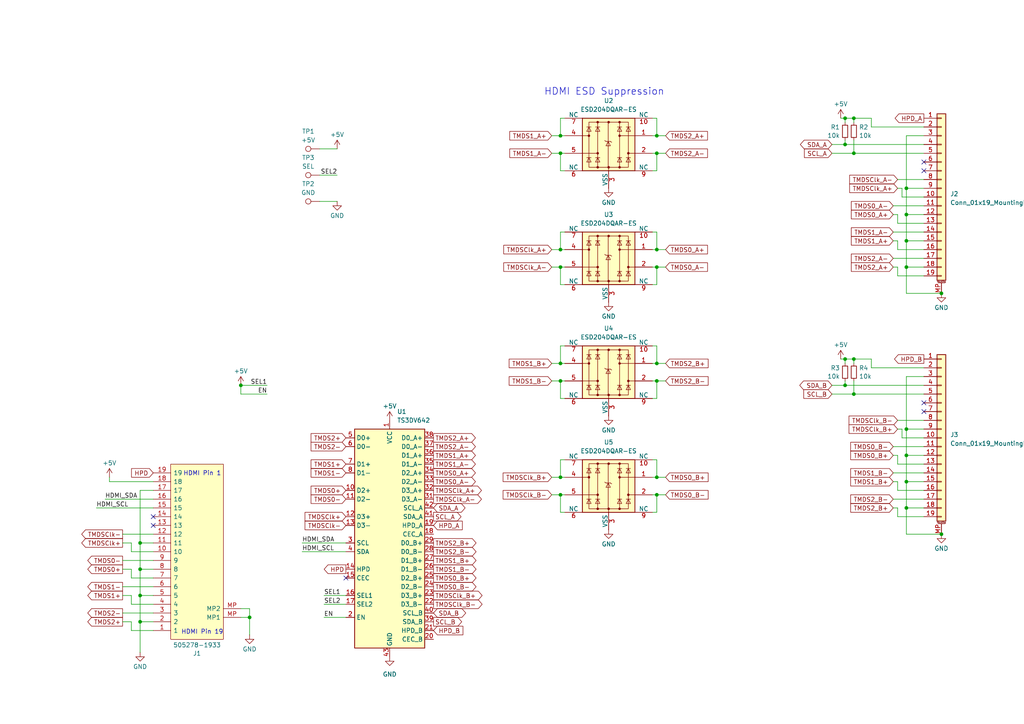
<source format=kicad_sch>
(kicad_sch (version 20250114) (generator "eeschema") (generator_version "9.0")
  (paper "A4")
  (lib_symbols
    (symbol "Analog_Switch:TS3DS10224RUK"
      (property "Reference" "U" (at 2.1433 36.83 0))
      (property "Value" "TS3DV642" (at 2.1433 34.29 0))
      (symbol "TS3DS10224RUK_0_1"
        (rectangle (start -10.16 31.75) (end 10.16 -31.75) (stroke (width 0.254)) (fill (type background)))
      )
      (symbol "TS3DS10224RUK_1_1"
        (pin bidirectional line (at -12.7 29.21 0) (length 2.54) (name "D0+") (number "5"))
        (pin bidirectional line (at -12.7 26.67 0) (length 2.54) (name "D0-") (number "6"))
        (pin bidirectional line (at -12.7 21.59 0) (length 2.54) (name "D1+") (number "7"))
        (pin bidirectional line (at -12.7 19.05 0) (length 2.54) (name "D1-") (number "8"))
        (pin bidirectional line (at -12.7 13.97 0) (length 2.54) (name "D2+") (number "10"))
        (pin bidirectional line (at -12.7 11.43 0) (length 2.54) (name "D2-") (number "11"))
        (pin bidirectional line (at -12.7 6.35 0) (length 2.54) (name "D3+") (number "12"))
        (pin bidirectional line (at -12.7 3.81 0) (length 2.54) (name "D3-") (number "13"))
        (pin bidirectional line (at -12.7 -1.27 0) (length 2.54) (name "SCL") (number "3"))
        (pin bidirectional line (at -12.7 -3.81 0) (length 2.54) (name "SDA") (number "4"))
        (pin bidirectional line (at -12.7 -8.89 0) (length 2.54) (name "HPD") (number "14"))
        (pin bidirectional line (at -12.7 -11.43 0) (length 2.54) (name "CEC") (number "15"))
        (pin input line (at -12.7 -16.51 0) (length 2.54) (name "SEL1") (number "16"))
        (pin input line (at -12.7 -19.05 0) (length 2.54) (name "SEL2") (number "17"))
        (pin input line (at -12.7 -22.86 0) (length 2.54) (name "EN") (number "2"))
        (pin no_connect line (at -7.62 -34.29 90) (length 2.54) (hide yes) (name "NC") (number "30"))
        (pin no_connect line (at -7.62 -34.29 90) (length 2.54) (hide yes) (name "NC") (number "9"))
        (pin power_in line (at 0 34.29 270) (length 2.54) (name "VCC") (number "1"))
        (pin power_in line (at 0 -34.29 90) (length 2.54) (name "GND") (number "43"))
        (pin bidirectional line (at 12.7 29.21 180) (length 2.54) (name "D0_A+") (number "38"))
        (pin bidirectional line (at 12.7 26.67 180) (length 2.54) (name "D0_A-") (number "37"))
        (pin bidirectional line (at 12.7 24.13 180) (length 2.54) (name "D1_A+") (number "36"))
        (pin bidirectional line (at 12.7 21.59 180) (length 2.54) (name "D1_A-") (number "35"))
        (pin bidirectional line (at 12.7 19.05 180) (length 2.54) (name "D2_A+") (number "34"))
        (pin bidirectional line (at 12.7 16.51 180) (length 2.54) (name "D2_A-") (number "33"))
        (pin bidirectional line (at 12.7 13.97 180) (length 2.54) (name "D3_A+") (number "32"))
        (pin bidirectional line (at 12.7 11.43 180) (length 2.54) (name "D3_A-") (number "31"))
        (pin bidirectional line (at 12.7 8.89 180) (length 2.54) (name "SCL_A") (number "42"))
        (pin bidirectional line (at 12.7 6.35 180) (length 2.54) (name "SDA_A") (number "41"))
        (pin bidirectional line (at 12.7 3.81 180) (length 2.54) (name "HPD_A") (number "19"))
        (pin bidirectional line (at 12.7 1.27 180) (length 2.54) (name "CEC_A") (number "18"))
        (pin bidirectional line (at 12.7 -1.27 180) (length 2.54) (name "D0_B+") (number "29"))
        (pin bidirectional line (at 12.7 -3.81 180) (length 2.54) (name "D0_B-") (number "28"))
        (pin bidirectional line (at 12.7 -6.35 180) (length 2.54) (name "D1_B+") (number "27"))
        (pin bidirectional line (at 12.7 -8.89 180) (length 2.54) (name "D1_B-") (number "26"))
        (pin bidirectional line (at 12.7 -11.43 180) (length 2.54) (name "D2_B+") (number "25"))
        (pin bidirectional line (at 12.7 -13.97 180) (length 2.54) (name "D2_B-") (number "24"))
        (pin bidirectional line (at 12.7 -16.51 180) (length 2.54) (name "D3_B+") (number "23"))
        (pin bidirectional line (at 12.7 -19.05 180) (length 2.54) (name "D3_B-") (number "22"))
        (pin bidirectional line (at 12.7 -21.59 180) (length 2.54) (name "SCL_B") (number "40"))
        (pin bidirectional line (at 12.7 -24.13 180) (length 2.54) (name "SDA_B") (number "39"))
        (pin bidirectional line (at 12.7 -26.67 180) (length 2.54) (name "HPD_B") (number "21"))
        (pin bidirectional line (at 12.7 -29.21 180) (length 2.54) (name "CEC_B") (number "20"))
      )
    )
    (symbol "Connector:TestPoint" (pin_numbers (hide yes)) (pin_names (offset 0.762) (hide yes))
      (property "Reference" "TP" (at 0 6.858 0))
      (property "Value" "TestPoint" (at 0 5.08 0))
      (symbol "TestPoint_0_1"
        (circle (center 0 3.302) (radius 0.762))
      )
      (symbol "TestPoint_1_1"
        (pin passive line (at 0 0 90) (length 2.54) (name "1") (number "1"))
      )
    )
    (symbol "Connector_Generic_MountingPin:Conn_01x19_MountingPin" (pin_names (offset 1.016) (hide yes))
      (property "Reference" "J" (at 0 25.4 0))
      (property "Value" "Conn_01x19_MountingPin" (at 1.27 -25.4 0))
      (symbol "Conn_01x19_MountingPin_1_1"
        (rectangle (start -1.27 24.13) (end 1.27 -24.13) (stroke (width 0.254)) (fill (type background)))
        (rectangle (start -1.27 22.987) (end 0 22.733) (stroke (width 0.1524)))
        (rectangle (start -1.27 20.447) (end 0 20.193) (stroke (width 0.1524)))
        (rectangle (start -1.27 17.907) (end 0 17.653) (stroke (width 0.1524)))
        (rectangle (start -1.27 15.367) (end 0 15.113) (stroke (width 0.1524)))
        (rectangle (start -1.27 12.827) (end 0 12.573) (stroke (width 0.1524)))
        (rectangle (start -1.27 10.287) (end 0 10.033) (stroke (width 0.1524)))
        (rectangle (start -1.27 7.747) (end 0 7.493) (stroke (width 0.1524)))
        (rectangle (start -1.27 5.207) (end 0 4.953) (stroke (width 0.1524)))
        (rectangle (start -1.27 2.667) (end 0 2.413) (stroke (width 0.1524)))
        (rectangle (start -1.27 0.127) (end 0 -0.127) (stroke (width 0.1524)))
        (rectangle (start -1.27 -2.413) (end 0 -2.667) (stroke (width 0.1524)))
        (rectangle (start -1.27 -4.953) (end 0 -5.207) (stroke (width 0.1524)))
        (rectangle (start -1.27 -7.493) (end 0 -7.747) (stroke (width 0.1524)))
        (rectangle (start -1.27 -10.033) (end 0 -10.287) (stroke (width 0.1524)))
        (rectangle (start -1.27 -12.573) (end 0 -12.827) (stroke (width 0.1524)))
        (rectangle (start -1.27 -15.113) (end 0 -15.367) (stroke (width 0.1524)))
        (rectangle (start -1.27 -17.653) (end 0 -17.907) (stroke (width 0.1524)))
        (rectangle (start -1.27 -20.193) (end 0 -20.447) (stroke (width 0.1524)))
        (rectangle (start -1.27 -22.733) (end 0 -22.987) (stroke (width 0.1524)))
        (polyline (pts (xy -1.016 -24.892) (xy 1.016 -24.892)) (stroke (width 0.1524)))
        (text "Mounting" (at 0 -24.511 0) (effects (font (size 0.381 0.381))))
        (pin passive line (at -5.08 22.86 0) (length 3.81) (name "Pin_1") (number "1"))
        (pin passive line (at -5.08 20.32 0) (length 3.81) (name "Pin_2") (number "2"))
        (pin passive line (at -5.08 17.78 0) (length 3.81) (name "Pin_3") (number "3"))
        (pin passive line (at -5.08 15.24 0) (length 3.81) (name "Pin_4") (number "4"))
        (pin passive line (at -5.08 12.7 0) (length 3.81) (name "Pin_5") (number "5"))
        (pin passive line (at -5.08 10.16 0) (length 3.81) (name "Pin_6") (number "6"))
        (pin passive line (at -5.08 7.62 0) (length 3.81) (name "Pin_7") (number "7"))
        (pin passive line (at -5.08 5.08 0) (length 3.81) (name "Pin_8") (number "8"))
        (pin passive line (at -5.08 2.54 0) (length 3.81) (name "Pin_9") (number "9"))
        (pin passive line (at -5.08 0 0) (length 3.81) (name "Pin_10") (number "10"))
        (pin passive line (at -5.08 -2.54 0) (length 3.81) (name "Pin_11") (number "11"))
        (pin passive line (at -5.08 -5.08 0) (length 3.81) (name "Pin_12") (number "12"))
        (pin passive line (at -5.08 -7.62 0) (length 3.81) (name "Pin_13") (number "13"))
        (pin passive line (at -5.08 -10.16 0) (length 3.81) (name "Pin_14") (number "14"))
        (pin passive line (at -5.08 -12.7 0) (length 3.81) (name "Pin_15") (number "15"))
        (pin passive line (at -5.08 -15.24 0) (length 3.81) (name "Pin_16") (number "16"))
        (pin passive line (at -5.08 -17.78 0) (length 3.81) (name "Pin_17") (number "17"))
        (pin passive line (at -5.08 -20.32 0) (length 3.81) (name "Pin_18") (number "18"))
        (pin passive line (at -5.08 -22.86 0) (length 3.81) (name "Pin_19") (number "19"))
        (pin passive line (at 0 -27.94 90) (length 3.048) (name "MountPin") (number "MP"))
      )
    )
    (symbol "Device:R_Small" (pin_numbers (hide yes)) (pin_names (offset 0.254) (hide yes))
      (property "Reference" "R" (at 0.762 0.508 0))
      (property "Value" "R_Small" (at 0.762 -1.016 0))
      (symbol "R_Small_0_1"
        (rectangle (start -0.762 1.778) (end 0.762 -1.778) (stroke (width 0.2032)))
      )
      (symbol "R_Small_1_1"
        (pin passive line (at 0 2.54 270) (length 0.762) (name "~") (number "1"))
        (pin passive line (at 0 -2.54 90) (length 0.762) (name "~") (number "2"))
      )
    )
    (symbol "Power_Protection:D3V3XA4B10LP" (pin_names (offset 0))
      (property "Reference" "U" (at -0.635 8.89 0))
      (property "Value" "D3V3XA4B10LP" (at 8.89 -10.16 0))
      (symbol "D3V3XA4B10LP_0_0"
        (rectangle (start -5.715 6.477) (end 5.715 -6.604))
        (polyline (pts (xy -3.175 -6.604) (xy -3.175 6.477)))
        (polyline (pts (xy 0.127 6.477) (xy 0.127 -6.604)))
        (polyline (pts (xy 3.175 6.477) (xy 3.175 -6.604)))
      )
      (symbol "D3V3XA4B10LP_0_1"
        (polyline (pts (xy -7.747 2.54) (xy -3.175 2.54)))
        (rectangle (start -7.62 7.62) (end 7.62 -7.62) (stroke (width 0.254)) (fill (type background)))
        (polyline (pts (xy -7.62 -2.54) (xy -5.715 -2.54)))
        (circle (center -5.715 -2.54) (radius 0.2794) (fill (type outline)))
        (polyline (pts (xy -5.08 5.08) (xy -6.35 5.08)))
        (polyline (pts (xy -5.08 3.81) (xy -6.35 3.81) (xy -5.715 5.08) (xy -5.08 3.81)))
        (polyline (pts (xy -5.08 -3.81) (xy -6.35 -3.81)))
        (polyline (pts (xy -5.08 -5.08) (xy -6.35 -5.08) (xy -5.715 -3.81) (xy -5.08 -5.08)))
        (circle (center -3.175 6.477) (radius 0.2794) (fill (type outline)))
        (circle (center -3.175 2.54) (radius 0.2794) (fill (type outline)))
        (circle (center -3.175 -6.604) (radius 0.2794) (fill (type outline)))
        (polyline (pts (xy -2.54 5.08) (xy -3.81 5.08)))
        (polyline (pts (xy -2.54 3.81) (xy -3.81 3.81) (xy -3.175 5.08) (xy -2.54 3.81)))
        (polyline (pts (xy -2.54 -3.81) (xy -3.81 -3.81)))
        (polyline (pts (xy -2.54 -5.08) (xy -3.81 -5.08) (xy -3.175 -3.81) (xy -2.54 -5.08)))
        (polyline (pts (xy -0.508 0.889) (xy -0.889 0.635)))
        (circle (center 0 6.477) (radius 0.2794) (fill (type outline)))
        (polyline (pts (xy 0 -6.604) (xy 0 -7.62)))
        (circle (center 0 -6.604) (radius 0.2794) (fill (type outline)))
        (polyline (pts (xy 0.762 0.889) (xy -0.508 0.889)))
        (polyline (pts (xy 0.762 0.889) (xy 1.143 1.143)))
        (polyline (pts (xy 0.762 -0.381) (xy -0.508 -0.381) (xy 0.127 0.889) (xy 0.762 -0.381)))
        (circle (center 3.175 6.477) (radius 0.2794) (fill (type outline)))
        (circle (center 3.175 -2.54) (radius 0.2794) (fill (type outline)))
        (circle (center 3.175 -6.604) (radius 0.2794) (fill (type outline)))
        (polyline (pts (xy 3.81 5.08) (xy 2.54 5.08)))
        (polyline (pts (xy 3.81 3.81) (xy 2.54 3.81) (xy 3.175 5.08) (xy 3.81 3.81)))
        (polyline (pts (xy 3.81 -3.81) (xy 2.54 -3.81)))
        (polyline (pts (xy 3.81 -5.08) (xy 2.54 -5.08) (xy 3.175 -3.81) (xy 3.81 -5.08)))
        (circle (center 5.715 2.54) (radius 0.2794) (fill (type outline)))
        (polyline (pts (xy 6.35 5.08) (xy 5.08 5.08)))
        (polyline (pts (xy 6.35 3.81) (xy 5.08 3.81) (xy 5.715 5.08) (xy 6.35 3.81)))
        (polyline (pts (xy 6.35 -3.81) (xy 5.08 -3.81)))
        (polyline (pts (xy 6.35 -5.08) (xy 5.08 -5.08) (xy 5.715 -3.81) (xy 6.35 -5.08)))
        (polyline (pts (xy 7.62 2.54) (xy 5.715 2.54)))
        (polyline (pts (xy 7.62 -2.54) (xy 3.175 -2.54)))
      )
      (symbol "D3V3XA4B10LP_1_1"
        (pin free line (at -12.7 7.62 0) (length 5.08) (name "NC") (number "10"))
        (pin passive line (at -12.7 2.54 0) (length 5.08) (name "~") (number "1"))
        (pin passive line (at -12.7 -2.54 0) (length 5.08) (name "~") (number "2"))
        (pin free line (at -12.7 -7.62 0) (length 5.08) (name "NC") (number "9"))
        (pin power_in line (at 0 -12.7 90) (length 5.08) (name "VSS") (number "3"))
        (pin passive line (at 0 -12.7 90) (length 5.08) (hide yes) (name "VSS") (number "8"))
        (pin free line (at 12.7 7.62 180) (length 5.08) (name "NC") (number "7"))
        (pin passive line (at 12.7 2.54 180) (length 5.08) (name "~") (number "4"))
        (pin passive line (at 12.7 -2.54 180) (length 5.08) (name "~") (number "5"))
        (pin free line (at 12.7 -7.62 180) (length 5.08) (name "NC") (number "6"))
      )
    )
    (symbol "SamacSys_Parts:505278-1933" (pin_names (offset 0.762))
      (property "Reference" "J1" (at 12.7 6.6337 0))
      (property "Value" "505278-1933" (at 12.7 4.2094 0))
      (symbol "505278-1933_0_0"
        (pin passive line (at 25.4 0 180) (length 5.08) (name "1") (number "1"))
        (pin passive line (at 25.4 -2.54 180) (length 5.08) (name "2") (number "2"))
        (pin passive line (at 25.4 -5.08 180) (length 5.08) (name "3") (number "3"))
        (pin passive line (at 25.4 -7.62 180) (length 5.08) (name "4") (number "4"))
        (pin passive line (at 25.4 -10.16 180) (length 5.08) (name "5") (number "5"))
        (pin passive line (at 25.4 -12.7 180) (length 5.08) (name "6") (number "6"))
        (pin passive line (at 25.4 -15.24 180) (length 5.08) (name "7") (number "7"))
        (pin passive line (at 25.4 -17.78 180) (length 5.08) (name "8") (number "8"))
        (pin passive line (at 25.4 -20.32 180) (length 5.08) (name "9") (number "9"))
        (pin passive line (at 25.4 -22.86 180) (length 5.08) (name "10") (number "10"))
        (pin passive line (at 25.4 -25.4 180) (length 5.08) (name "11") (number "11"))
        (pin passive line (at 25.4 -27.94 180) (length 5.08) (name "12") (number "12"))
        (pin passive line (at 25.4 -30.48 180) (length 5.08) (name "13") (number "13"))
        (pin passive line (at 25.4 -33.02 180) (length 5.08) (name "14") (number "14"))
        (pin passive line (at 25.4 -35.56 180) (length 5.08) (name "15") (number "15"))
        (pin passive line (at 25.4 -38.1 180) (length 5.08) (name "16") (number "16"))
        (pin passive line (at 25.4 -40.64 180) (length 5.08) (name "17") (number "17"))
        (pin passive line (at 25.4 -43.18 180) (length 5.08) (name "18") (number "18"))
        (pin passive line (at 25.4 -45.72 180) (length 5.08) (name "19") (number "19"))
      )
      (symbol "505278-1933_1_0"
        (pin passive line (at 0 -3.81 0) (length 5.08) (name "MP1") (number "MP"))
        (pin passive line (at 0 -6.35 0) (length 5.08) (name "MP2") (number "MP"))
      )
      (symbol "505278-1933_1_1"
        (polyline (pts (xy 5.08 2.54) (xy 20.32 2.54) (xy 20.32 -48.26) (xy 5.08 -48.26) (xy 5.08 2.54)) (stroke (width 0.1524)) (fill (type background)))
      )
    )
    (symbol "power:+5V" (power) (pin_names (offset 0))
      (property "Value" "+5V" (at 0 3.556 0))
      (symbol "+5V_0_1"
        (polyline (pts (xy -0.762 1.27) (xy 0 2.54)))
        (polyline (pts (xy 0 2.54) (xy 0.762 1.27)))
        (polyline (pts (xy 0 0) (xy 0 2.54)))
      )
      (symbol "+5V_1_1"
        (pin power_in line (at 0 0 90) (length 0) (hide yes) (name "+5V") (number "1"))
      )
    )
    (symbol "power:GND" (power) (pin_numbers (hide yes)) (pin_names (offset 0) (hide yes))
      (property "Value" "GND" (at 0 -3.81 0))
      (symbol "GND_0_1"
        (polyline (pts (xy 0 0) (xy 0 -1.27) (xy 1.27 -1.27) (xy 0 -2.54) (xy -1.27 -1.27) (xy 0 -1.27)))
      )
      (symbol "GND_1_1"
        (pin power_in line (at 0 0 270) (length 0) (name "~") (number "1"))
      )
    )
  )
  (text "HDMI Pin 1" (at 58.674 137.414 0) (effects (font (size 1.27 1.27))))
  (text "HDMI ESD Suppression" (at 175.26 26.67 0) (effects (font (size 2.032 2.032))))
  (text "HDMI Pin 19" (at 58.674 183.388 0) (effects (font (size 1.27 1.27))))
  (junction (at 245.11 111.76))
  (junction (at 190.5 138.43))
  (junction (at 162.56 138.43))
  (junction (at 69.85 111.76))
  (junction (at 245.11 41.91))
  (junction (at 72.39 179.07))
  (junction (at 247.65 104.14))
  (junction (at 162.56 77.47))
  (junction (at 162.56 44.45))
  (junction (at 273.05 85.09))
  (junction (at 262.89 139.7))
  (junction (at 40.64 165.1))
  (junction (at 262.89 132.08))
  (junction (at 162.56 105.41))
  (junction (at 190.5 143.51))
  (junction (at 262.89 147.32))
  (junction (at 190.5 105.41))
  (junction (at 262.89 124.46))
  (junction (at 162.56 110.49))
  (junction (at 40.64 157.48))
  (junction (at 262.89 69.85))
  (junction (at 162.56 143.51))
  (junction (at 190.5 39.37))
  (junction (at 245.11 104.14))
  (junction (at 247.65 114.3))
  (junction (at 247.65 34.29))
  (junction (at 262.89 62.23))
  (junction (at 262.89 54.61))
  (junction (at 190.5 44.45))
  (junction (at 190.5 77.47))
  (junction (at 190.5 72.39))
  (junction (at 40.64 180.34))
  (junction (at 247.65 44.45))
  (junction (at 273.05 154.94))
  (junction (at 245.11 34.29))
  (junction (at 162.56 72.39))
  (junction (at 40.64 172.72))
  (junction (at 262.89 77.47))
  (junction (at 162.56 39.37))
  (junction (at 190.5 110.49))
  (no_connect (at 100.33 167.64))
  (no_connect (at 267.97 46.99))
  (no_connect (at 267.97 119.38))
  (no_connect (at 44.45 152.4))
  (no_connect (at 44.45 149.86))
  (no_connect (at 267.97 49.53))
  (no_connect (at 267.97 116.84))
  (wire (pts (xy 247.65 104.14) (xy 247.65 105.41)))
  (wire (pts (xy 241.3 111.76) (xy 245.11 111.76)))
  (wire (pts (xy 44.45 160.02) (xy 38.1 160.02)))
  (wire (pts (xy 262.89 85.09) (xy 273.05 85.09)))
  (wire (pts (xy 190.5 77.47) (xy 189.23 77.47)))
  (wire (pts (xy 259.08 62.23) (xy 260.35 62.23)))
  (wire (pts (xy 262.89 69.85) (xy 262.89 77.47)))
  (wire (pts (xy 267.97 147.32) (xy 262.89 147.32)))
  (wire (pts (xy 247.65 110.49) (xy 247.65 114.3)))
  (wire (pts (xy 162.56 39.37) (xy 163.83 39.37)))
  (wire (pts (xy 162.56 133.35) (xy 162.56 138.43)))
  (wire (pts (xy 163.83 148.59) (xy 162.56 148.59)))
  (wire (pts (xy 252.73 34.29) (xy 252.73 36.83)))
  (wire (pts (xy 38.1 172.72) (xy 38.1 175.26)))
  (wire (pts (xy 87.63 160.02) (xy 100.33 160.02)))
  (wire (pts (xy 267.97 69.85) (xy 262.89 69.85)))
  (wire (pts (xy 243.84 104.14) (xy 245.11 104.14)))
  (wire (pts (xy 162.56 115.57) (xy 162.56 110.49)))
  (wire (pts (xy 260.35 69.85) (xy 259.08 69.85)))
  (wire (pts (xy 247.65 40.64) (xy 247.65 44.45)))
  (wire (pts (xy 31.75 138.43) (xy 31.75 139.7)))
  (wire (pts (xy 267.97 134.62) (xy 260.35 134.62)))
  (wire (pts (xy 69.85 179.07) (xy 72.39 179.07)))
  (wire (pts (xy 40.64 142.24) (xy 44.45 142.24)))
  (wire (pts (xy 267.97 80.01) (xy 260.35 80.01)))
  (wire (pts (xy 160.02 77.47) (xy 162.56 77.47)))
  (wire (pts (xy 267.97 64.77) (xy 260.35 64.77)))
  (wire (pts (xy 260.35 72.39) (xy 260.35 69.85)))
  (wire (pts (xy 259.08 129.54) (xy 267.97 129.54)))
  (wire (pts (xy 162.56 34.29) (xy 162.56 39.37)))
  (wire (pts (xy 247.65 44.45) (xy 267.97 44.45)))
  (wire (pts (xy 160.02 44.45) (xy 162.56 44.45)))
  (wire (pts (xy 162.56 77.47) (xy 163.83 77.47)))
  (wire (pts (xy 72.39 184.15) (xy 72.39 179.07)))
  (wire (pts (xy 262.89 124.46) (xy 262.89 132.08)))
  (wire (pts (xy 163.83 34.29) (xy 162.56 34.29)))
  (wire (pts (xy 162.56 138.43) (xy 163.83 138.43)))
  (wire (pts (xy 40.64 165.1) (xy 40.64 157.48)))
  (wire (pts (xy 38.1 175.26) (xy 44.45 175.26)))
  (wire (pts (xy 162.56 67.31) (xy 162.56 72.39)))
  (wire (pts (xy 190.5 138.43) (xy 189.23 138.43)))
  (wire (pts (xy 267.97 139.7) (xy 262.89 139.7)))
  (wire (pts (xy 40.64 165.1) (xy 44.45 165.1)))
  (wire (pts (xy 260.35 149.86) (xy 260.35 147.32)))
  (wire (pts (xy 100.33 172.72) (xy 93.98 172.72)))
  (wire (pts (xy 259.08 137.16) (xy 267.97 137.16)))
  (wire (pts (xy 40.64 189.23) (xy 40.64 180.34)))
  (wire (pts (xy 162.56 49.53) (xy 162.56 44.45)))
  (wire (pts (xy 40.64 157.48) (xy 40.64 142.24)))
  (wire (pts (xy 245.11 34.29) (xy 245.11 35.56)))
  (wire (pts (xy 190.5 49.53) (xy 190.5 44.45)))
  (wire (pts (xy 77.47 114.3) (xy 69.85 114.3)))
  (wire (pts (xy 241.3 44.45) (xy 247.65 44.45)))
  (wire (pts (xy 69.85 111.76) (xy 77.47 111.76)))
  (wire (pts (xy 190.5 67.31) (xy 190.5 72.39)))
  (wire (pts (xy 72.39 179.07) (xy 72.39 176.53)))
  (wire (pts (xy 193.04 143.51) (xy 190.5 143.51)))
  (wire (pts (xy 245.11 41.91) (xy 267.97 41.91)))
  (wire (pts (xy 193.04 39.37) (xy 190.5 39.37)))
  (wire (pts (xy 30.48 144.78) (xy 44.45 144.78)))
  (wire (pts (xy 163.83 49.53) (xy 162.56 49.53)))
  (wire (pts (xy 160.02 72.39) (xy 162.56 72.39)))
  (wire (pts (xy 87.63 157.48) (xy 100.33 157.48)))
  (wire (pts (xy 261.62 57.15) (xy 267.97 57.15)))
  (wire (pts (xy 241.3 41.91) (xy 245.11 41.91)))
  (wire (pts (xy 260.35 54.61) (xy 261.62 54.61)))
  (wire (pts (xy 93.98 179.07) (xy 100.33 179.07)))
  (wire (pts (xy 35.56 180.34) (xy 38.1 180.34)))
  (wire (pts (xy 72.39 176.53) (xy 69.85 176.53)))
  (wire (pts (xy 259.08 132.08) (xy 260.35 132.08)))
  (wire (pts (xy 243.84 34.29) (xy 245.11 34.29)))
  (wire (pts (xy 190.5 133.35) (xy 190.5 138.43)))
  (wire (pts (xy 267.97 149.86) (xy 260.35 149.86)))
  (wire (pts (xy 40.64 172.72) (xy 40.64 165.1)))
  (wire (pts (xy 260.35 147.32) (xy 259.08 147.32)))
  (wire (pts (xy 31.75 139.7) (xy 44.45 139.7)))
  (wire (pts (xy 252.73 36.83) (xy 267.97 36.83)))
  (wire (pts (xy 162.56 44.45) (xy 163.83 44.45)))
  (wire (pts (xy 97.79 43.18) (xy 92.71 43.18)))
  (wire (pts (xy 245.11 110.49) (xy 245.11 111.76)))
  (wire (pts (xy 92.71 58.42) (xy 97.79 58.42)))
  (wire (pts (xy 27.94 147.32) (xy 44.45 147.32)))
  (wire (pts (xy 261.62 54.61) (xy 261.62 57.15)))
  (wire (pts (xy 193.04 44.45) (xy 190.5 44.45)))
  (wire (pts (xy 189.23 100.33) (xy 190.5 100.33)))
  (wire (pts (xy 247.65 104.14) (xy 252.73 104.14)))
  (wire (pts (xy 259.08 74.93) (xy 267.97 74.93)))
  (wire (pts (xy 35.56 172.72) (xy 38.1 172.72)))
  (wire (pts (xy 245.11 34.29) (xy 247.65 34.29)))
  (wire (pts (xy 267.97 39.37) (xy 262.89 39.37)))
  (wire (pts (xy 267.97 54.61) (xy 262.89 54.61)))
  (wire (pts (xy 35.56 162.56) (xy 44.45 162.56)))
  (wire (pts (xy 40.64 157.48) (xy 44.45 157.48)))
  (wire (pts (xy 189.23 49.53) (xy 190.5 49.53)))
  (wire (pts (xy 189.23 82.55) (xy 190.5 82.55)))
  (wire (pts (xy 160.02 143.51) (xy 162.56 143.51)))
  (wire (pts (xy 44.45 167.64) (xy 38.1 167.64)))
  (wire (pts (xy 267.97 72.39) (xy 260.35 72.39)))
  (wire (pts (xy 162.56 148.59) (xy 162.56 143.51)))
  (wire (pts (xy 38.1 182.88) (xy 38.1 180.34)))
  (wire (pts (xy 260.35 132.08) (xy 260.35 134.62)))
  (wire (pts (xy 247.65 114.3) (xy 267.97 114.3)))
  (wire (pts (xy 189.23 115.57) (xy 190.5 115.57)))
  (wire (pts (xy 245.11 104.14) (xy 247.65 104.14)))
  (wire (pts (xy 252.73 106.68) (xy 267.97 106.68)))
  (wire (pts (xy 190.5 148.59) (xy 190.5 143.51)))
  (wire (pts (xy 190.5 100.33) (xy 190.5 105.41)))
  (wire (pts (xy 260.35 80.01) (xy 260.35 77.47)))
  (wire (pts (xy 193.04 138.43) (xy 190.5 138.43)))
  (wire (pts (xy 190.5 115.57) (xy 190.5 110.49)))
  (wire (pts (xy 163.83 115.57) (xy 162.56 115.57)))
  (wire (pts (xy 162.56 110.49) (xy 163.83 110.49)))
  (wire (pts (xy 260.35 124.46) (xy 261.62 124.46)))
  (wire (pts (xy 40.64 180.34) (xy 44.45 180.34)))
  (wire (pts (xy 262.89 54.61) (xy 262.89 62.23)))
  (wire (pts (xy 241.3 114.3) (xy 247.65 114.3)))
  (wire (pts (xy 261.62 127) (xy 267.97 127)))
  (wire (pts (xy 69.85 114.3) (xy 69.85 111.76)))
  (wire (pts (xy 193.04 110.49) (xy 190.5 110.49)))
  (wire (pts (xy 35.56 157.48) (xy 38.1 157.48)))
  (wire (pts (xy 260.35 121.92) (xy 267.97 121.92)))
  (wire (pts (xy 190.5 143.51) (xy 189.23 143.51)))
  (wire (pts (xy 190.5 72.39) (xy 189.23 72.39)))
  (wire (pts (xy 190.5 82.55) (xy 190.5 77.47)))
  (wire (pts (xy 267.97 77.47) (xy 262.89 77.47)))
  (wire (pts (xy 162.56 72.39) (xy 163.83 72.39)))
  (wire (pts (xy 92.71 50.8) (xy 97.79 50.8)))
  (wire (pts (xy 190.5 44.45) (xy 189.23 44.45)))
  (wire (pts (xy 189.23 133.35) (xy 190.5 133.35)))
  (wire (pts (xy 262.89 139.7) (xy 262.89 147.32)))
  (wire (pts (xy 260.35 142.24) (xy 260.35 139.7)))
  (wire (pts (xy 193.04 72.39) (xy 190.5 72.39)))
  (wire (pts (xy 162.56 143.51) (xy 163.83 143.51)))
  (wire (pts (xy 38.1 160.02) (xy 38.1 157.48)))
  (wire (pts (xy 259.08 59.69) (xy 267.97 59.69)))
  (wire (pts (xy 44.45 182.88) (xy 38.1 182.88)))
  (wire (pts (xy 190.5 39.37) (xy 189.23 39.37)))
  (wire (pts (xy 262.89 109.22) (xy 262.89 124.46)))
  (wire (pts (xy 163.83 133.35) (xy 162.56 133.35)))
  (wire (pts (xy 247.65 34.29) (xy 247.65 35.56)))
  (wire (pts (xy 259.08 67.31) (xy 267.97 67.31)))
  (wire (pts (xy 245.11 111.76) (xy 267.97 111.76)))
  (wire (pts (xy 189.23 67.31) (xy 190.5 67.31)))
  (wire (pts (xy 247.65 34.29) (xy 252.73 34.29)))
  (wire (pts (xy 163.83 82.55) (xy 162.56 82.55)))
  (wire (pts (xy 162.56 100.33) (xy 162.56 105.41)))
  (wire (pts (xy 245.11 104.14) (xy 245.11 105.41)))
  (wire (pts (xy 262.89 132.08) (xy 262.89 139.7)))
  (wire (pts (xy 267.97 109.22) (xy 262.89 109.22)))
  (wire (pts (xy 261.62 124.46) (xy 261.62 127)))
  (wire (pts (xy 35.56 177.8) (xy 44.45 177.8)))
  (wire (pts (xy 40.64 180.34) (xy 40.64 172.72)))
  (wire (pts (xy 162.56 105.41) (xy 163.83 105.41)))
  (wire (pts (xy 262.89 62.23) (xy 262.89 69.85)))
  (wire (pts (xy 160.02 138.43) (xy 162.56 138.43)))
  (wire (pts (xy 189.23 34.29) (xy 190.5 34.29)))
  (wire (pts (xy 260.35 77.47) (xy 259.08 77.47)))
  (wire (pts (xy 267.97 132.08) (xy 262.89 132.08)))
  (wire (pts (xy 267.97 124.46) (xy 262.89 124.46)))
  (wire (pts (xy 260.35 139.7) (xy 259.08 139.7)))
  (wire (pts (xy 260.35 62.23) (xy 260.35 64.77)))
  (wire (pts (xy 190.5 105.41) (xy 189.23 105.41)))
  (wire (pts (xy 160.02 39.37) (xy 162.56 39.37)))
  (wire (pts (xy 160.02 110.49) (xy 162.56 110.49)))
  (wire (pts (xy 93.98 175.26) (xy 100.33 175.26)))
  (wire (pts (xy 163.83 100.33) (xy 162.56 100.33)))
  (wire (pts (xy 262.89 147.32) (xy 262.89 154.94)))
  (wire (pts (xy 260.35 52.07) (xy 267.97 52.07)))
  (wire (pts (xy 35.56 154.94) (xy 44.45 154.94)))
  (wire (pts (xy 262.89 77.47) (xy 262.89 85.09)))
  (wire (pts (xy 163.83 67.31) (xy 162.56 67.31)))
  (wire (pts (xy 193.04 77.47) (xy 190.5 77.47)))
  (wire (pts (xy 262.89 154.94) (xy 273.05 154.94)))
  (wire (pts (xy 190.5 110.49) (xy 189.23 110.49)))
  (wire (pts (xy 267.97 62.23) (xy 262.89 62.23)))
  (wire (pts (xy 245.11 40.64) (xy 245.11 41.91)))
  (wire (pts (xy 193.04 105.41) (xy 190.5 105.41)))
  (wire (pts (xy 160.02 105.41) (xy 162.56 105.41)))
  (wire (pts (xy 40.64 172.72) (xy 44.45 172.72)))
  (wire (pts (xy 35.56 165.1) (xy 38.1 165.1)))
  (wire (pts (xy 35.56 170.18) (xy 44.45 170.18)))
  (wire (pts (xy 162.56 82.55) (xy 162.56 77.47)))
  (wire (pts (xy 267.97 142.24) (xy 260.35 142.24)))
  (wire (pts (xy 38.1 165.1) (xy 38.1 167.64)))
  (wire (pts (xy 252.73 104.14) (xy 252.73 106.68)))
  (wire (pts (xy 262.89 39.37) (xy 262.89 54.61)))
  (wire (pts (xy 189.23 148.59) (xy 190.5 148.59)))
  (wire (pts (xy 190.5 34.29) (xy 190.5 39.37)))
  (wire (pts (xy 259.08 144.78) (xy 267.97 144.78)))
  (label "EN" (at 77.47 114.3 180))
  (label "SEL2" (at 93.98 175.26 0))
  (label "EN" (at 93.98 179.07 0))
  (label "SEL2" (at 97.79 50.8 180))
  (label "SEL1" (at 93.98 172.72 0))
  (label "HDMI_SDA" (at 87.63 157.48 0))
  (label "HDMI_SDA" (at 30.48 144.78 0))
  (label "SEL1" (at 77.47 111.76 180))
  (label "HDMI_SCL" (at 27.94 147.32 0))
  (label "HDMI_SCL" (at 87.63 160.02 0))
  (global_label "TMDS1-" (shape output) (at 35.56 170.18 180) (property "Intersheetrefs" "${INTERSHEET_REFS}" (effects (hide yes))))
  (global_label "TMDS2-" (shape input) (at 100.33 129.54 180) (property "Intersheetrefs" "${INTERSHEET_REFS}" (effects (hide yes))))
  (global_label "TMDS2_A+" (shape input) (at 193.04 39.37 0) (property "Intersheetrefs" "${INTERSHEET_REFS}" (effects (hide yes))))
  (global_label "HPD_A" (shape input) (at 125.73 152.4 0) (property "Intersheetrefs" "${INTERSHEET_REFS}" (effects (hide yes))))
  (global_label "TMDS1_B-" (shape input) (at 259.08 137.16 180) (property "Intersheetrefs" "${INTERSHEET_REFS}" (effects (hide yes))))
  (global_label "TMDS0_A-" (shape input) (at 193.04 77.47 0) (property "Intersheetrefs" "${INTERSHEET_REFS}" (effects (hide yes))))
  (global_label "TMDS2-" (shape output) (at 35.56 177.8 180) (property "Intersheetrefs" "${INTERSHEET_REFS}" (effects (hide yes))))
  (global_label "SDA_A" (shape bidirectional) (at 125.73 147.32 0) (property "Intersheetrefs" "${INTERSHEET_REFS}" (effects (hide yes))))
  (global_label "HPD" (shape input) (at 44.45 137.16 180) (property "Intersheetrefs" "${INTERSHEET_REFS}" (effects (hide yes))))
  (global_label "TMDS1_B-" (shape output) (at 125.73 165.1 0) (property "Intersheetrefs" "${INTERSHEET_REFS}" (effects (hide yes))))
  (global_label "TMDS2_B-" (shape input) (at 259.08 144.78 180) (property "Intersheetrefs" "${INTERSHEET_REFS}" (effects (hide yes))))
  (global_label "TMDS1_A+" (shape input) (at 259.08 69.85 180) (property "Intersheetrefs" "${INTERSHEET_REFS}" (effects (hide yes))))
  (global_label "TMDS2_B+" (shape input) (at 259.08 147.32 180) (property "Intersheetrefs" "${INTERSHEET_REFS}" (effects (hide yes))))
  (global_label "TMDS1_A+" (shape output) (at 125.73 132.08 0) (property "Intersheetrefs" "${INTERSHEET_REFS}" (effects (hide yes))))
  (global_label "TMDSClk_B+" (shape input) (at 260.35 124.46 180) (property "Intersheetrefs" "${INTERSHEET_REFS}" (effects (hide yes))))
  (global_label "TMDSClk+" (shape input) (at 100.33 149.86 180) (property "Intersheetrefs" "${INTERSHEET_REFS}" (effects (hide yes))))
  (global_label "TMDS0_A+" (shape input) (at 193.04 72.39 0) (property "Intersheetrefs" "${INTERSHEET_REFS}" (effects (hide yes))))
  (global_label "TMDSClk_A-" (shape input) (at 160.02 77.47 180) (property "Intersheetrefs" "${INTERSHEET_REFS}" (effects (hide yes))))
  (global_label "TMDS1_A-" (shape input) (at 259.08 67.31 180) (property "Intersheetrefs" "${INTERSHEET_REFS}" (effects (hide yes))))
  (global_label "TMDS1+" (shape output) (at 35.56 172.72 180) (property "Intersheetrefs" "${INTERSHEET_REFS}" (effects (hide yes))))
  (global_label "SCL_A" (shape input) (at 241.3 44.45 180) (property "Intersheetrefs" "${INTERSHEET_REFS}" (effects (hide yes))))
  (global_label "TMDS0_A+" (shape output) (at 125.73 137.16 0) (property "Intersheetrefs" "${INTERSHEET_REFS}" (effects (hide yes))))
  (global_label "TMDSClk_B+" (shape output) (at 125.73 172.72 0) (property "Intersheetrefs" "${INTERSHEET_REFS}" (effects (hide yes))))
  (global_label "TMDS0-" (shape output) (at 35.56 162.56 180) (property "Intersheetrefs" "${INTERSHEET_REFS}" (effects (hide yes))))
  (global_label "TMDS1_B+" (shape input) (at 259.08 139.7 180) (property "Intersheetrefs" "${INTERSHEET_REFS}" (effects (hide yes))))
  (global_label "TMDS1_B+" (shape output) (at 125.73 162.56 0) (property "Intersheetrefs" "${INTERSHEET_REFS}" (effects (hide yes))))
  (global_label "TMDSClk-" (shape input) (at 100.33 152.4 180) (property "Intersheetrefs" "${INTERSHEET_REFS}" (effects (hide yes))))
  (global_label "TMDS2_A+" (shape output) (at 125.73 127 0) (property "Intersheetrefs" "${INTERSHEET_REFS}" (effects (hide yes))))
  (global_label "TMDS1+" (shape input) (at 100.33 134.62 180) (property "Intersheetrefs" "${INTERSHEET_REFS}" (effects (hide yes))))
  (global_label "TMDS0_B+" (shape output) (at 125.73 167.64 0) (property "Intersheetrefs" "${INTERSHEET_REFS}" (effects (hide yes))))
  (global_label "TMDS0_A+" (shape input) (at 259.08 62.23 180) (property "Intersheetrefs" "${INTERSHEET_REFS}" (effects (hide yes))))
  (global_label "TMDS2_B+" (shape output) (at 125.73 157.48 0) (property "Intersheetrefs" "${INTERSHEET_REFS}" (effects (hide yes))))
  (global_label "HPD_B" (shape output) (at 267.97 104.14 180) (property "Intersheetrefs" "${INTERSHEET_REFS}" (effects (hide yes))))
  (global_label "TMDS2_B+" (shape input) (at 193.04 105.41 0) (property "Intersheetrefs" "${INTERSHEET_REFS}" (effects (hide yes))))
  (global_label "HPD_A" (shape output) (at 267.97 34.29 180) (property "Intersheetrefs" "${INTERSHEET_REFS}" (effects (hide yes))))
  (global_label "TMDS1_B+" (shape input) (at 160.02 105.41 180) (property "Intersheetrefs" "${INTERSHEET_REFS}" (effects (hide yes))))
  (global_label "TMDSClk_B+" (shape input) (at 160.02 138.43 180) (property "Intersheetrefs" "${INTERSHEET_REFS}" (effects (hide yes))))
  (global_label "TMDSClk+" (shape output) (at 35.56 157.48 180) (property "Intersheetrefs" "${INTERSHEET_REFS}" (effects (hide yes))))
  (global_label "SCL_B" (shape input) (at 241.3 114.3 180) (property "Intersheetrefs" "${INTERSHEET_REFS}" (effects (hide yes))))
  (global_label "TMDS0_B-" (shape output) (at 125.73 170.18 0) (property "Intersheetrefs" "${INTERSHEET_REFS}" (effects (hide yes))))
  (global_label "SDA_B" (shape bidirectional) (at 125.73 177.8 0) (property "Intersheetrefs" "${INTERSHEET_REFS}" (effects (hide yes))))
  (global_label "TMDS1_B-" (shape input) (at 160.02 110.49 180) (property "Intersheetrefs" "${INTERSHEET_REFS}" (effects (hide yes))))
  (global_label "SDA_A" (shape bidirectional) (at 241.3 41.91 180) (property "Intersheetrefs" "${INTERSHEET_REFS}" (effects (hide yes))))
  (global_label "TMDS0_A-" (shape input) (at 259.08 59.69 180) (property "Intersheetrefs" "${INTERSHEET_REFS}" (effects (hide yes))))
  (global_label "TMDSClk_A+" (shape input) (at 260.35 54.61 180) (property "Intersheetrefs" "${INTERSHEET_REFS}" (effects (hide yes))))
  (global_label "TMDS0_A-" (shape output) (at 125.73 139.7 0) (property "Intersheetrefs" "${INTERSHEET_REFS}" (effects (hide yes))))
  (global_label "TMDS0+" (shape output) (at 35.56 165.1 180) (property "Intersheetrefs" "${INTERSHEET_REFS}" (effects (hide yes))))
  (global_label "TMDS0_B+" (shape input) (at 193.04 138.43 0) (property "Intersheetrefs" "${INTERSHEET_REFS}" (effects (hide yes))))
  (global_label "TMDS2_B-" (shape output) (at 125.73 160.02 0) (property "Intersheetrefs" "${INTERSHEET_REFS}" (effects (hide yes))))
  (global_label "TMDS2_A-" (shape output) (at 125.73 129.54 0) (property "Intersheetrefs" "${INTERSHEET_REFS}" (effects (hide yes))))
  (global_label "TMDSClk_B-" (shape input) (at 160.02 143.51 180) (property "Intersheetrefs" "${INTERSHEET_REFS}" (effects (hide yes))))
  (global_label "TMDSClk_A-" (shape input) (at 260.35 52.07 180) (property "Intersheetrefs" "${INTERSHEET_REFS}" (effects (hide yes))))
  (global_label "HPD_B" (shape input) (at 125.73 182.88 0) (property "Intersheetrefs" "${INTERSHEET_REFS}" (effects (hide yes))))
  (global_label "TMDS2+" (shape output) (at 35.56 180.34 180) (property "Intersheetrefs" "${INTERSHEET_REFS}" (effects (hide yes))))
  (global_label "TMDSClk_A+" (shape output) (at 125.73 142.24 0) (property "Intersheetrefs" "${INTERSHEET_REFS}" (effects (hide yes))))
  (global_label "TMDS0-" (shape input) (at 100.33 144.78 180) (property "Intersheetrefs" "${INTERSHEET_REFS}" (effects (hide yes))))
  (global_label "TMDS2_B-" (shape input) (at 193.04 110.49 0) (property "Intersheetrefs" "${INTERSHEET_REFS}" (effects (hide yes))))
  (global_label "TMDSClk-" (shape output) (at 35.56 154.94 180) (property "Intersheetrefs" "${INTERSHEET_REFS}" (effects (hide yes))))
  (global_label "TMDS0_B-" (shape input) (at 259.08 129.54 180) (property "Intersheetrefs" "${INTERSHEET_REFS}" (effects (hide yes))))
  (global_label "HPD" (shape output) (at 100.33 165.1 180) (property "Intersheetrefs" "${INTERSHEET_REFS}" (effects (hide yes))))
  (global_label "SDA_B" (shape bidirectional) (at 241.3 111.76 180) (property "Intersheetrefs" "${INTERSHEET_REFS}" (effects (hide yes))))
  (global_label "TMDS0_B+" (shape input) (at 259.08 132.08 180) (property "Intersheetrefs" "${INTERSHEET_REFS}" (effects (hide yes))))
  (global_label "SCL_B" (shape output) (at 125.73 180.34 0) (property "Intersheetrefs" "${INTERSHEET_REFS}" (effects (hide yes))))
  (global_label "SCL_A" (shape output) (at 125.73 149.86 0) (property "Intersheetrefs" "${INTERSHEET_REFS}" (effects (hide yes))))
  (global_label "TMDS1_A-" (shape input) (at 160.02 44.45 180) (property "Intersheetrefs" "${INTERSHEET_REFS}" (effects (hide yes))))
  (global_label "TMDSClk_A+" (shape input) (at 160.02 72.39 180) (property "Intersheetrefs" "${INTERSHEET_REFS}" (effects (hide yes))))
  (global_label "TMDS2_A+" (shape input) (at 259.08 77.47 180) (property "Intersheetrefs" "${INTERSHEET_REFS}" (effects (hide yes))))
  (global_label "TMDSClk_B-" (shape input) (at 260.35 121.92 180) (property "Intersheetrefs" "${INTERSHEET_REFS}" (effects (hide yes))))
  (global_label "TMDS1_A-" (shape output) (at 125.73 134.62 0) (property "Intersheetrefs" "${INTERSHEET_REFS}" (effects (hide yes))))
  (global_label "TMDS2_A-" (shape input) (at 259.08 74.93 180) (property "Intersheetrefs" "${INTERSHEET_REFS}" (effects (hide yes))))
  (global_label "TMDSClk_A-" (shape output) (at 125.73 144.78 0) (property "Intersheetrefs" "${INTERSHEET_REFS}" (effects (hide yes))))
  (global_label "TMDSClk_B-" (shape output) (at 125.73 175.26 0) (property "Intersheetrefs" "${INTERSHEET_REFS}" (effects (hide yes))))
  (global_label "TMDS0_B-" (shape input) (at 193.04 143.51 0) (property "Intersheetrefs" "${INTERSHEET_REFS}" (effects (hide yes))))
  (global_label "TMDS1-" (shape input) (at 100.33 137.16 180) (property "Intersheetrefs" "${INTERSHEET_REFS}" (effects (hide yes))))
  (global_label "TMDS2_A-" (shape input) (at 193.04 44.45 0) (property "Intersheetrefs" "${INTERSHEET_REFS}" (effects (hide yes))))
  (global_label "TMDS0+" (shape input) (at 100.33 142.24 180) (property "Intersheetrefs" "${INTERSHEET_REFS}" (effects (hide yes))))
  (global_label "TMDS2+" (shape input) (at 100.33 127 180) (property "Intersheetrefs" "${INTERSHEET_REFS}" (effects (hide yes))))
  (global_label "TMDS1_A+" (shape input) (at 160.02 39.37 180) (property "Intersheetrefs" "${INTERSHEET_REFS}" (effects (hide yes))))
  (symbol (lib_id "power:GND") (at 97.79 58.42 0) (unit 1)
    (property "Reference" "#PWR013" (effects (hide yes)))
    (property "Value" "GND" (at 97.79 62.5531 0))
    (property "Description" "Power symbol creates a global label with name \"GND\" , ground" (effects (hide yes)))
  )
  (symbol (lib_id "SamacSys_Parts:505278-1933") (at 69.85 182.88 180) (unit 1)
    (property "Reference" "J1" (at 57.15 189.5137 0))
    (property "Value" "505278-1933" (at 57.15 187.0894 0))
    (property "Footprint" "Connector_FFC-FPC:Hirose_FH12-19S-0.5SH_1x19-1MP_P0.50mm_Horizontal" (effects (hide yes)))
    (property "Datasheet" "https://www.molex.com/pdm_docs/sd/5052781933_sd.pdf" (effects (hide yes)))
    (property "Description" "FFC & FPC Connectors 0.5 FFC ZIF BTM CONT 19Ckt R/A FRONT FLIP" (effects (hide yes)))
    (property "Height" "2.15" (effects (hide yes)))
    (property "Mouser Part Number" "538-505278-1933" (effects (hide yes)))
    (property "Mouser Price/Stock" "https://www.mouser.co.uk/ProductDetail/Molex/505278-1933?qs=c8NFF48pVsDT1Rm30ZuzyA%3D%3D" (effects (hide yes)))
    (property "Manufacturer_Name" "Molex" (effects (hide yes)))
    (property "Manufacturer_Part_Number" "505278-1933" (effects (hide yes)))
  )
  (symbol (lib_id "Connector_Generic_MountingPin:Conn_01x19_MountingPin") (at 273.05 127 0) (unit 1)
    (property "Reference" "J3" (at 275.59 126.0855 0) (effects (justify left)))
    (property "Value" "Conn_01x19_MountingPin" (at 275.59 128.6255 0) (effects (justify left)))
    (property "Footprint" "Connector_FFC-FPC:Hirose_FH12-19S-0.5SH_1x19-1MP_P0.50mm_Horizontal" (effects (hide yes)))
    (property "Description" "Generic connectable mounting pin connector, single row, 01x19, script generated (kicad-library-utils/schlib/autogen/connector/)" (effects (hide yes)))
  )
  (symbol (lib_id "power:+5V") (at 113.03 121.92 0) (unit 1)
    (property "Reference" "#PWR01" (effects (hide yes)))
    (property "Value" "+5V" (at 113.03 117.7869 0))
    (property "Description" "Power symbol creates a global label with name \"+5V\"" (effects (hide yes)))
  )
  (symbol (lib_id "Connector:TestPoint") (at 92.71 43.18 90) (unit 1)
    (property "Reference" "TP1" (at 89.408 38.1 90))
    (property "Value" "+5V" (at 89.408 40.64 90))
    (property "Footprint" "TestPoint:TestPoint_Pad_D2.5mm" (effects (hide yes)))
    (property "Description" "test point" (effects (hide yes)))
  )
  (symbol (lib_id "Power_Protection:D3V3XA4B10LP") (at 176.53 41.91 0) (mirror y) (unit 1)
    (property "Reference" "U2" (at 176.53 29.21 0))
    (property "Value" "ESD204DQAR-ES" (at 176.53 31.75 0))
    (property "Footprint" "Package_DFN_QFN:Diodes_UDFN-10_1.0x2.5mm_P0.5mm" (effects (hide yes)))
    (property "Description" "4-Channel Low Capacitance TVS Diode Array, DFN-10" (effects (hide yes)))
  )
  (symbol (lib_id "power:GND") (at 72.39 184.15 0) (unit 1)
    (property "Reference" "#PWR052" (effects (hide yes)))
    (property "Value" "GND" (at 72.39 188.2831 0))
    (property "Description" "Power symbol creates a global label with name \"GND\" , ground" (effects (hide yes)))
  )
  (symbol (lib_id "power:+5V") (at 69.85 111.76 0) (unit 1)
    (property "Reference" "#PWR011" (effects (hide yes)))
    (property "Value" "+5V" (at 69.85 107.6269 0))
    (property "Description" "Power symbol creates a global label with name \"+5V\"" (effects (hide yes)))
  )
  (symbol (lib_id "Power_Protection:D3V3XA4B10LP") (at 176.53 74.93 0) (mirror y) (unit 1)
    (property "Reference" "U3" (at 176.53 62.23 0))
    (property "Value" "ESD204DQAR-ES" (at 176.53 64.77 0))
    (property "Footprint" "Package_DFN_QFN:Diodes_UDFN-10_1.0x2.5mm_P0.5mm" (effects (hide yes)))
    (property "Description" "4-Channel Low Capacitance TVS Diode Array, DFN-10" (effects (hide yes)))
  )
  (symbol (lib_id "Device:R_Small") (at 245.11 38.1 0) (mirror y) (unit 1)
    (property "Reference" "R1" (at 243.6114 36.8878 0) (effects (justify left)))
    (property "Value" "10k" (at 243.6114 39.3121 0) (effects (justify left)))
    (property "Footprint" "Resistor_SMD:R_0402_1005Metric" (effects (hide yes)))
    (property "Description" "Resistor, small symbol" (effects (hide yes)))
  )
  (symbol (lib_id "power:GND") (at 113.03 190.5 0) (unit 1)
    (property "Reference" "#PWR02" (effects (hide yes)))
    (property "Value" "GND" (at 113.03 195.58 0))
    (property "Description" "Power symbol creates a global label with name \"GND\" , ground" (effects (hide yes)))
  )
  (symbol (lib_id "Connector:TestPoint") (at 92.71 58.42 90) (unit 1)
    (property "Reference" "TP2" (at 89.408 53.34 90))
    (property "Value" "GND" (at 89.408 55.88 90))
    (property "Footprint" "TestPoint:TestPoint_Pad_D2.5mm" (effects (hide yes)))
    (property "Description" "test point" (effects (hide yes)))
  )
  (symbol (lib_id "power:GND") (at 273.05 154.94 0) (unit 1)
    (property "Reference" "#PWR010" (effects (hide yes)))
    (property "Value" "GND" (at 273.05 159.0731 0))
    (property "Description" "Power symbol creates a global label with name \"GND\" , ground" (effects (hide yes)))
  )
  (symbol (lib_id "power:+5V") (at 243.84 104.14 0) (unit 1)
    (property "Reference" "#PWR07" (effects (hide yes)))
    (property "Value" "+5V" (at 243.84 100.0069 0))
    (property "Description" "Power symbol creates a global label with name \"+5V\"" (effects (hide yes)))
  )
  (symbol (lib_id "Analog_Switch:TS3DS10224RUK") (at 113.03 156.21 0) (unit 1)
    (property "Reference" "U1" (at 115.1733 119.38 0) (effects (justify left)))
    (property "Value" "TS3DV642" (at 115.1733 121.92 0) (effects (justify left)))
    (property "Footprint" "Package_DFN_QFN:WQFN-42-1EP_3.5x9mm_P0.5mm_EP2.05x7.55mm_ThermalVias" (effects (hide yes)))
    (property "Datasheet" "https://www.ti.com/lit/ds/symlink/ts3dv642.pdf" (effects (hide yes)))
    (property "Description" "High-Speed Differential Crosspoint, WQFN-42" (effects (hide yes)))
  )
  (symbol (lib_id "power:GND") (at 176.53 120.65 0) (unit 1)
    (property "Reference" "#PWR03" (effects (hide yes)))
    (property "Value" "GND" (at 176.53 124.7831 0))
    (property "Description" "Power symbol creates a global label with name \"GND\" , ground" (effects (hide yes)))
  )
  (symbol (lib_id "power:+5V") (at 31.75 138.43 0) (unit 1)
    (property "Reference" "#PWR050" (effects (hide yes)))
    (property "Value" "+5V" (at 31.75 134.2969 0))
    (property "Description" "Power symbol creates a global label with name \"+5V\"" (effects (hide yes)))
  )
  (symbol (lib_id "power:GND") (at 176.53 87.63 0) (unit 1)
    (property "Reference" "#PWR09" (effects (hide yes)))
    (property "Value" "GND" (at 176.53 91.7631 0))
    (property "Description" "Power symbol creates a global label with name \"GND\" , ground" (effects (hide yes)))
  )
  (symbol (lib_id "power:+5V") (at 243.84 34.29 0) (unit 1)
    (property "Reference" "#PWR06" (effects (hide yes)))
    (property "Value" "+5V" (at 243.84 30.1569 0))
    (property "Description" "Power symbol creates a global label with name \"+5V\"" (effects (hide yes)))
  )
  (symbol (lib_id "Device:R_Small") (at 247.65 107.95 0) (unit 1)
    (property "Reference" "R4" (at 249.1486 106.7378 0) (effects (justify left)))
    (property "Value" "10k" (at 249.1486 109.1621 0) (effects (justify left)))
    (property "Footprint" "Resistor_SMD:R_0402_1005Metric" (effects (hide yes)))
    (property "Description" "Resistor, small symbol" (effects (hide yes)))
  )
  (symbol (lib_id "Connector_Generic_MountingPin:Conn_01x19_MountingPin") (at 273.05 57.15 0) (unit 1)
    (property "Reference" "J2" (at 275.59 56.2355 0) (effects (justify left)))
    (property "Value" "Conn_01x19_MountingPin" (at 275.59 58.7755 0) (effects (justify left)))
    (property "Footprint" "Connector_FFC-FPC:Hirose_FH12-19S-0.5SH_1x19-1MP_P0.50mm_Horizontal" (effects (hide yes)))
    (property "Description" "Generic connectable mounting pin connector, single row, 01x19, script generated (kicad-library-utils/schlib/autogen/connector/)" (effects (hide yes)))
  )
  (symbol (lib_id "Device:R_Small") (at 247.65 38.1 0) (unit 1)
    (property "Reference" "R2" (at 249.1486 36.8878 0) (effects (justify left)))
    (property "Value" "10k" (at 249.1486 39.3121 0) (effects (justify left)))
    (property "Footprint" "Resistor_SMD:R_0402_1005Metric" (effects (hide yes)))
    (property "Description" "Resistor, small symbol" (effects (hide yes)))
  )
  (symbol (lib_id "Power_Protection:D3V3XA4B10LP") (at 176.53 140.97 0) (mirror y) (unit 1)
    (property "Reference" "U5" (at 176.53 128.27 0))
    (property "Value" "ESD204DQAR-ES" (at 176.53 130.81 0))
    (property "Footprint" "Package_DFN_QFN:Diodes_UDFN-10_1.0x2.5mm_P0.5mm" (effects (hide yes)))
    (property "Description" "4-Channel Low Capacitance TVS Diode Array, DFN-10" (effects (hide yes)))
  )
  (symbol (lib_id "power:GND") (at 176.53 54.61 0) (unit 1)
    (property "Reference" "#PWR08" (effects (hide yes)))
    (property "Value" "GND" (at 176.53 58.7431 0))
    (property "Description" "Power symbol creates a global label with name \"GND\" , ground" (effects (hide yes)))
  )
  (symbol (lib_id "Connector:TestPoint") (at 92.71 50.8 90) (unit 1)
    (property "Reference" "TP3" (at 89.408 45.72 90))
    (property "Value" "SEL" (at 89.408 48.26 90))
    (property "Footprint" "TestPoint:TestPoint_Pad_D1.5mm" (effects (hide yes)))
    (property "Description" "test point" (effects (hide yes)))
  )
  (symbol (lib_id "power:GND") (at 273.05 85.09 0) (unit 1)
    (property "Reference" "#PWR05" (effects (hide yes)))
    (property "Value" "GND" (at 273.05 89.2231 0))
    (property "Description" "Power symbol creates a global label with name \"GND\" , ground" (effects (hide yes)))
  )
  (symbol (lib_id "power:+5V") (at 97.79 43.18 0) (unit 1)
    (property "Reference" "#PWR012" (effects (hide yes)))
    (property "Value" "+5V" (at 97.79 39.0469 0))
    (property "Description" "Power symbol creates a global label with name \"+5V\"" (effects (hide yes)))
  )
  (symbol (lib_id "Device:R_Small") (at 245.11 107.95 0) (mirror y) (unit 1)
    (property "Reference" "R3" (at 243.6114 106.7378 0) (effects (justify left)))
    (property "Value" "10k" (at 243.6114 109.1621 0) (effects (justify left)))
    (property "Footprint" "Resistor_SMD:R_0402_1005Metric" (effects (hide yes)))
    (property "Description" "Resistor, small symbol" (effects (hide yes)))
  )
  (symbol (lib_id "Power_Protection:D3V3XA4B10LP") (at 176.53 107.95 0) (mirror y) (unit 1)
    (property "Reference" "U4" (at 176.53 95.25 0))
    (property "Value" "ESD204DQAR-ES" (at 176.53 97.79 0))
    (property "Footprint" "Package_DFN_QFN:Diodes_UDFN-10_1.0x2.5mm_P0.5mm" (effects (hide yes)))
    (property "Description" "4-Channel Low Capacitance TVS Diode Array, DFN-10" (effects (hide yes)))
  )
  (symbol (lib_id "power:GND") (at 40.64 189.23 0) (unit 1)
    (property "Reference" "#PWR051" (effects (hide yes)))
    (property "Value" "GND" (at 40.64 193.3631 0))
    (property "Description" "Power symbol creates a global label with name \"GND\" , ground" (effects (hide yes)))
  )
  (symbol (lib_id "power:GND") (at 176.53 153.67 0) (unit 1)
    (property "Reference" "#PWR04" (effects (hide yes)))
    (property "Value" "GND" (at 176.53 157.8031 0))
    (property "Description" "Power symbol creates a global label with name \"GND\" , ground" (effects (hide yes)))
  )
)
</source>
